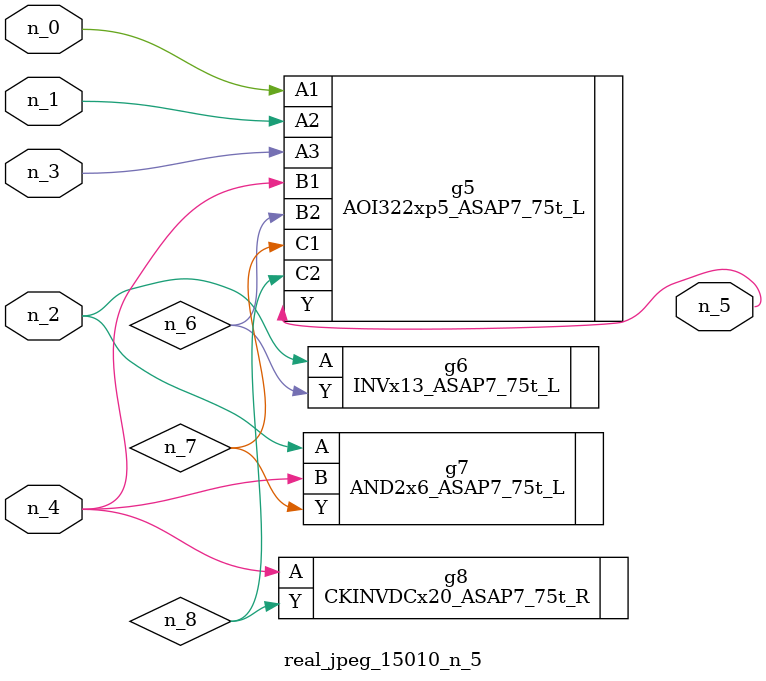
<source format=v>
module real_jpeg_15010_n_5 (n_4, n_0, n_1, n_2, n_3, n_5);

input n_4;
input n_0;
input n_1;
input n_2;
input n_3;

output n_5;

wire n_8;
wire n_6;
wire n_7;

AOI322xp5_ASAP7_75t_L g5 ( 
.A1(n_0),
.A2(n_1),
.A3(n_3),
.B1(n_4),
.B2(n_6),
.C1(n_7),
.C2(n_8),
.Y(n_5)
);

INVx13_ASAP7_75t_L g6 ( 
.A(n_2),
.Y(n_6)
);

AND2x6_ASAP7_75t_L g7 ( 
.A(n_2),
.B(n_4),
.Y(n_7)
);

CKINVDCx20_ASAP7_75t_R g8 ( 
.A(n_4),
.Y(n_8)
);


endmodule
</source>
